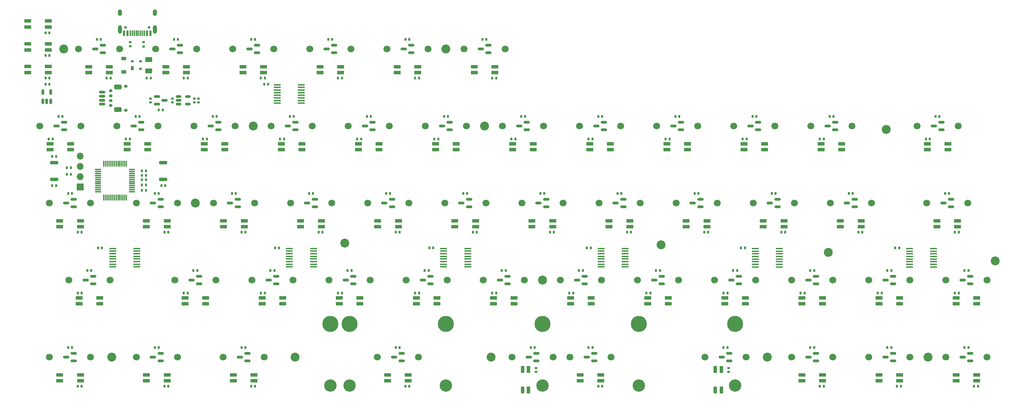
<source format=gbr>
%TF.GenerationSoftware,KiCad,Pcbnew,8.0.8*%
%TF.CreationDate,2025-02-11T14:29:33+01:00*%
%TF.ProjectId,vootington V4N STM32G0B1CBT6,766f6f74-696e-4677-946f-6e2056344e20,rev?*%
%TF.SameCoordinates,Original*%
%TF.FileFunction,Soldermask,Bot*%
%TF.FilePolarity,Negative*%
%FSLAX46Y46*%
G04 Gerber Fmt 4.6, Leading zero omitted, Abs format (unit mm)*
G04 Created by KiCad (PCBNEW 8.0.8) date 2025-02-11 14:29:33*
%MOMM*%
%LPD*%
G01*
G04 APERTURE LIST*
G04 Aperture macros list*
%AMRoundRect*
0 Rectangle with rounded corners*
0 $1 Rounding radius*
0 $2 $3 $4 $5 $6 $7 $8 $9 X,Y pos of 4 corners*
0 Add a 4 corners polygon primitive as box body*
4,1,4,$2,$3,$4,$5,$6,$7,$8,$9,$2,$3,0*
0 Add four circle primitives for the rounded corners*
1,1,$1+$1,$2,$3*
1,1,$1+$1,$4,$5*
1,1,$1+$1,$6,$7*
1,1,$1+$1,$8,$9*
0 Add four rect primitives between the rounded corners*
20,1,$1+$1,$2,$3,$4,$5,0*
20,1,$1+$1,$4,$5,$6,$7,0*
20,1,$1+$1,$6,$7,$8,$9,0*
20,1,$1+$1,$8,$9,$2,$3,0*%
G04 Aperture macros list end*
%ADD10C,2.200000*%
%ADD11C,1.700000*%
%ADD12C,3.048000*%
%ADD13C,3.987800*%
%ADD14RoundRect,0.140000X0.140000X0.170000X-0.140000X0.170000X-0.140000X-0.170000X0.140000X-0.170000X0*%
%ADD15RoundRect,0.205000X-0.205000X0.645000X-0.205000X-0.645000X0.205000X-0.645000X0.205000X0.645000X0*%
%ADD16R,0.820000X1.700000*%
%ADD17RoundRect,0.140000X-0.140000X-0.170000X0.140000X-0.170000X0.140000X0.170000X-0.140000X0.170000X0*%
%ADD18RoundRect,0.150000X0.150000X-0.512500X0.150000X0.512500X-0.150000X0.512500X-0.150000X-0.512500X0*%
%ADD19R,1.778000X0.419100*%
%ADD20RoundRect,0.205000X0.645000X0.205000X-0.645000X0.205000X-0.645000X-0.205000X0.645000X-0.205000X0*%
%ADD21R,1.700000X0.820000*%
%ADD22RoundRect,0.150000X0.587500X0.150000X-0.587500X0.150000X-0.587500X-0.150000X0.587500X-0.150000X0*%
%ADD23RoundRect,0.205000X-0.645000X-0.205000X0.645000X-0.205000X0.645000X0.205000X-0.645000X0.205000X0*%
%ADD24RoundRect,0.200000X0.800000X-0.200000X0.800000X0.200000X-0.800000X0.200000X-0.800000X-0.200000X0*%
%ADD25RoundRect,0.150000X-0.587500X-0.150000X0.587500X-0.150000X0.587500X0.150000X-0.587500X0.150000X0*%
%ADD26RoundRect,0.135000X-0.135000X-0.185000X0.135000X-0.185000X0.135000X0.185000X-0.135000X0.185000X0*%
%ADD27RoundRect,0.135000X0.185000X-0.135000X0.185000X0.135000X-0.185000X0.135000X-0.185000X-0.135000X0*%
%ADD28R,0.700000X1.000000*%
%ADD29R,0.700000X0.600000*%
%ADD30RoundRect,0.140000X-0.170000X0.140000X-0.170000X-0.140000X0.170000X-0.140000X0.170000X0.140000X0*%
%ADD31RoundRect,0.150000X-0.512500X-0.150000X0.512500X-0.150000X0.512500X0.150000X-0.512500X0.150000X0*%
%ADD32R,1.700000X1.700000*%
%ADD33O,1.700000X1.700000*%
%ADD34RoundRect,0.147500X-0.147500X-0.172500X0.147500X-0.172500X0.147500X0.172500X-0.147500X0.172500X0*%
%ADD35RoundRect,0.075000X0.662500X0.075000X-0.662500X0.075000X-0.662500X-0.075000X0.662500X-0.075000X0*%
%ADD36RoundRect,0.075000X0.075000X0.662500X-0.075000X0.662500X-0.075000X-0.662500X0.075000X-0.662500X0*%
%ADD37C,0.650000*%
%ADD38R,0.600000X1.450000*%
%ADD39R,0.300000X1.450000*%
%ADD40O,1.000000X1.600000*%
%ADD41O,1.000000X2.100000*%
%ADD42RoundRect,0.150000X-0.275000X0.150000X-0.275000X-0.150000X0.275000X-0.150000X0.275000X0.150000X0*%
%ADD43RoundRect,0.175000X-0.225000X0.175000X-0.225000X-0.175000X0.225000X-0.175000X0.225000X0.175000X0*%
%ADD44RoundRect,0.135000X0.135000X0.185000X-0.135000X0.185000X-0.135000X-0.185000X0.135000X-0.185000X0*%
%ADD45RoundRect,0.225000X0.375000X-0.225000X0.375000X0.225000X-0.375000X0.225000X-0.375000X-0.225000X0*%
%ADD46RoundRect,0.140000X0.170000X-0.140000X0.170000X0.140000X-0.170000X0.140000X-0.170000X-0.140000X0*%
%ADD47RoundRect,0.150000X-0.625000X0.150000X-0.625000X-0.150000X0.625000X-0.150000X0.625000X0.150000X0*%
%ADD48RoundRect,0.250000X-0.650000X0.350000X-0.650000X-0.350000X0.650000X-0.350000X0.650000X0.350000X0*%
%ADD49RoundRect,0.250000X-0.625000X0.375000X-0.625000X-0.375000X0.625000X-0.375000X0.625000X0.375000X0*%
G04 APERTURE END LIST*
D10*
%TO.C,H10*%
X142875000Y-98425000D03*
%TD*%
%TO.C,H6*%
X106744954Y-70226862D03*
%TD*%
D11*
%TO.C,K_33*%
X83820000Y-79375000D03*
X93980000Y-79375000D03*
%TD*%
%TO.C,K_25*%
X150495000Y-60325000D03*
X160655000Y-60325000D03*
%TD*%
%TO.C,K_32*%
X64770000Y-79375000D03*
X74930000Y-79375000D03*
%TD*%
%TO.C,K_45*%
X76676250Y-98425000D03*
X86836250Y-98425000D03*
%TD*%
%TO.C,K_30*%
X250507500Y-60325000D03*
X260667500Y-60325000D03*
%TD*%
%TO.C,K_10*%
X88582500Y-41275000D03*
X98742500Y-41275000D03*
%TD*%
%TO.C,K_20*%
X55245000Y-60325000D03*
X65405000Y-60325000D03*
%TD*%
D10*
%TO.C,H13*%
X240506250Y-42068750D03*
%TD*%
D11*
%TO.C,K_28*%
X207645000Y-60325000D03*
X217805000Y-60325000D03*
%TD*%
%TO.C,K_16*%
X202882500Y-41275000D03*
X213042500Y-41275000D03*
%TD*%
%TO.C,K_44*%
X55245000Y-98425000D03*
X65405000Y-98425000D03*
%TD*%
D10*
%TO.C,H2*%
X131762500Y-22225000D03*
%TD*%
D11*
%TO.C,K_38*%
X179070000Y-79375000D03*
X189230000Y-79375000D03*
%TD*%
%TO.C,K_15*%
X183832500Y-41275000D03*
X193992500Y-41275000D03*
%TD*%
%TO.C,K_26*%
X169545000Y-60325000D03*
X179705000Y-60325000D03*
%TD*%
D10*
%TO.C,H7*%
X94456250Y-98425000D03*
%TD*%
D11*
%TO.C,K_34*%
X102870000Y-79375000D03*
X113030000Y-79375000D03*
%TD*%
%TO.C,K_17*%
X221932500Y-41275000D03*
X232092500Y-41275000D03*
%TD*%
%TO.C,K_23*%
X112395000Y-60325000D03*
X122555000Y-60325000D03*
%TD*%
D10*
%TO.C,H15*%
X250825000Y-98425000D03*
%TD*%
D11*
%TO.C,K_3*%
X79057500Y-22225000D03*
X89217500Y-22225000D03*
%TD*%
%TO.C,K_31*%
X38576250Y-79375000D03*
X48736250Y-79375000D03*
%TD*%
D10*
%TO.C,H14*%
X226218750Y-72531250D03*
%TD*%
D11*
%TO.C,K_36*%
X140970000Y-79375000D03*
X151130000Y-79375000D03*
%TD*%
%TO.C,K_12*%
X126682500Y-41275000D03*
X136842500Y-41275000D03*
%TD*%
%TO.C,K_4*%
X98107500Y-22225000D03*
X108267500Y-22225000D03*
%TD*%
%TO.C,K_27*%
X188595000Y-60325000D03*
X198755000Y-60325000D03*
%TD*%
%TO.C,K_8*%
X50482500Y-41275000D03*
X60642500Y-41275000D03*
%TD*%
D10*
%TO.C,H12*%
X211137500Y-98425000D03*
%TD*%
D11*
%TO.C,K_1*%
X40957500Y-22225000D03*
X51117500Y-22225000D03*
%TD*%
D12*
%TO.C,S1*%
X131762500Y-105410000D03*
D13*
X131762500Y-90170000D03*
D12*
X107950000Y-105410000D03*
D13*
X107950000Y-90170000D03*
%TD*%
D11*
%TO.C,K_39*%
X198120000Y-79375000D03*
X208280000Y-79375000D03*
%TD*%
%TO.C,K_9*%
X69532500Y-41275000D03*
X79692500Y-41275000D03*
%TD*%
D10*
%TO.C,H5*%
X84137500Y-41275000D03*
%TD*%
%TO.C,H11*%
X69850000Y-60325000D03*
%TD*%
D11*
%TO.C,K_11*%
X107632500Y-41275000D03*
X117792500Y-41275000D03*
%TD*%
%TO.C,K_18*%
X248126250Y-41275000D03*
X258286250Y-41275000D03*
%TD*%
%TO.C,K_40*%
X217170000Y-79375000D03*
X227330000Y-79375000D03*
%TD*%
%TO.C,K_13*%
X145732500Y-41275000D03*
X155892500Y-41275000D03*
%TD*%
%TO.C,K_5*%
X117157500Y-22225000D03*
X127317500Y-22225000D03*
%TD*%
D10*
%TO.C,H8*%
X141287500Y-41275000D03*
%TD*%
%TO.C,H16*%
X267493750Y-74612500D03*
%TD*%
%TO.C,H9*%
X184943750Y-70643750D03*
%TD*%
D11*
%TO.C,K_35*%
X121920000Y-79375000D03*
X132080000Y-79375000D03*
%TD*%
%TO.C,K_51*%
X236220000Y-98425000D03*
X246380000Y-98425000D03*
%TD*%
D12*
%TO.C,S2*%
X203193650Y-105410000D03*
D13*
X203193650Y-90170000D03*
D12*
X103181150Y-105410000D03*
D13*
X103181150Y-90170000D03*
%TD*%
D11*
%TO.C,K_6*%
X136207500Y-22225000D03*
X146367500Y-22225000D03*
%TD*%
%TO.C,K_41*%
X236220000Y-79375000D03*
X246380000Y-79375000D03*
%TD*%
%TO.C,K_50*%
X217170000Y-98425000D03*
X227330000Y-98425000D03*
%TD*%
%TO.C,K_48*%
X162401250Y-98425000D03*
X172561250Y-98425000D03*
%TD*%
%TO.C,K_29*%
X226695000Y-60325000D03*
X236855000Y-60325000D03*
%TD*%
%TO.C,K_46*%
X114776250Y-98425000D03*
X124936250Y-98425000D03*
%TD*%
%TO.C,K_22*%
X93345000Y-60325000D03*
X103505000Y-60325000D03*
%TD*%
%TO.C,K_49*%
X195738750Y-98425000D03*
X205898750Y-98425000D03*
%TD*%
%TO.C,K_21*%
X74295000Y-60325000D03*
X84455000Y-60325000D03*
%TD*%
%TO.C,K_14*%
X164782500Y-41275000D03*
X174942500Y-41275000D03*
%TD*%
%TO.C,K_43*%
X33813750Y-98425000D03*
X43973750Y-98425000D03*
%TD*%
D10*
%TO.C,H4*%
X49212500Y-98425000D03*
%TD*%
D11*
%TO.C,K_24*%
X131445000Y-60325000D03*
X141605000Y-60325000D03*
%TD*%
%TO.C,K_19*%
X33813750Y-60325000D03*
X43973750Y-60325000D03*
%TD*%
%TO.C,K_47*%
X148107400Y-98425000D03*
X158267400Y-98425000D03*
%TD*%
%TO.C,K_42*%
X255270000Y-79375000D03*
X265430000Y-79375000D03*
%TD*%
D10*
%TO.C,H1*%
X37306250Y-22225000D03*
%TD*%
D11*
%TO.C,K_7*%
X31432500Y-41275000D03*
X41592500Y-41275000D03*
%TD*%
%TO.C,K_37*%
X160020000Y-79375000D03*
X170180000Y-79375000D03*
%TD*%
%TO.C,K_52*%
X255270000Y-98425000D03*
X265430000Y-98425000D03*
%TD*%
%TO.C,K_2*%
X60007500Y-22225000D03*
X70167500Y-22225000D03*
%TD*%
D10*
%TO.C,H3*%
X155575000Y-79375000D03*
%TD*%
D12*
%TO.C,S3*%
X179387500Y-105410000D03*
D13*
X179387500Y-90170000D03*
D12*
X155575000Y-105410000D03*
D13*
X155575000Y-90170000D03*
%TD*%
D14*
%TO.C,C39*%
X203680000Y-76993750D03*
X202720000Y-76993750D03*
%TD*%
%TO.C,C118*%
X243734704Y-71401076D03*
X242774704Y-71401076D03*
%TD*%
%TO.C,C48*%
X167961250Y-96043750D03*
X167001250Y-96043750D03*
%TD*%
%TO.C,C40*%
X222730000Y-76993750D03*
X221770000Y-76993750D03*
%TD*%
D15*
%TO.C,D51*%
X150679852Y-106531250D03*
D16*
X152179852Y-106531250D03*
X152179852Y-101431250D03*
X150679852Y-101431250D03*
%TD*%
D17*
%TO.C,C97*%
X66988750Y-82550000D03*
X67948750Y-82550000D03*
%TD*%
D18*
%TO.C,U56*%
X34093250Y-35172250D03*
X33143250Y-35172250D03*
X32193250Y-35172250D03*
X32193250Y-32897250D03*
X34093250Y-32897250D03*
%TD*%
D17*
%TO.C,C53*%
X56670000Y-55805587D03*
X57630000Y-55805587D03*
%TD*%
D19*
%TO.C,U58*%
X214111840Y-71563905D03*
X214111840Y-72214145D03*
X214111840Y-72864385D03*
X214111840Y-73514625D03*
X214111840Y-74159785D03*
X214111840Y-74810025D03*
X214111840Y-75460265D03*
X214111840Y-76110505D03*
X208163160Y-76110505D03*
X208163160Y-75460265D03*
X208163160Y-74810025D03*
X208163160Y-74159785D03*
X208163160Y-73514625D03*
X208163160Y-72864385D03*
X208163160Y-72214145D03*
X208163160Y-71563905D03*
%TD*%
D17*
%TO.C,C96*%
X40795000Y-82550000D03*
X41755000Y-82550000D03*
%TD*%
D20*
%TO.C,D55*%
X36343750Y-102779000D03*
D21*
X36343750Y-104279000D03*
X41443750Y-104279000D03*
X41443750Y-102779000D03*
%TD*%
D22*
%TO.C,U49*%
X201756250Y-97475000D03*
X201756250Y-99375000D03*
X199881250Y-98425000D03*
%TD*%
D23*
%TO.C,D17*%
X115262500Y-47129000D03*
D21*
X115262500Y-45629000D03*
X110162500Y-45629000D03*
X110162500Y-47129000D03*
%TD*%
D22*
%TO.C,U43*%
X39831250Y-97475000D03*
X39831250Y-99375000D03*
X37956250Y-98425000D03*
%TD*%
D23*
%TO.C,D45*%
X46206250Y-85229000D03*
D21*
X46206250Y-83729000D03*
X41106250Y-83729000D03*
X41106250Y-85229000D03*
%TD*%
D22*
%TO.C,U13*%
X151750000Y-40325000D03*
X151750000Y-42225000D03*
X149875000Y-41275000D03*
%TD*%
D17*
%TO.C,C78*%
X147951250Y-44450000D03*
X148911250Y-44450000D03*
%TD*%
D14*
%TO.C,C18*%
X253686250Y-38893750D03*
X252726250Y-38893750D03*
%TD*%
%TO.C,C23*%
X117955000Y-57943750D03*
X116995000Y-57943750D03*
%TD*%
D23*
%TO.C,D36*%
X224800000Y-85229000D03*
D21*
X224800000Y-83729000D03*
X219700000Y-83729000D03*
X219700000Y-85229000D03*
%TD*%
D14*
%TO.C,C64*%
X33817500Y-23812500D03*
X32857500Y-23812500D03*
%TD*%
D20*
%TO.C,D46*%
X257800000Y-102779000D03*
D21*
X257800000Y-104279000D03*
X262900000Y-104279000D03*
X262900000Y-102779000D03*
%TD*%
D22*
%TO.C,U33*%
X89837500Y-78425000D03*
X89837500Y-80325000D03*
X87962500Y-79375000D03*
%TD*%
%TO.C,U46*%
X120793750Y-97475000D03*
X120793750Y-99375000D03*
X118918750Y-98425000D03*
%TD*%
D14*
%TO.C,C69*%
X106048750Y-29368750D03*
X105088750Y-29368750D03*
%TD*%
D24*
%TO.C,SW1*%
X34925000Y-54487500D03*
X34925000Y-50287500D03*
%TD*%
D25*
%TO.C,Q1*%
X60381250Y-35875000D03*
X60381250Y-33975000D03*
X62256250Y-34925000D03*
%TD*%
D14*
%TO.C,C33*%
X89380000Y-76993750D03*
X88420000Y-76993750D03*
%TD*%
D26*
%TO.C,R2*%
X38073750Y-51593750D03*
X39093750Y-51593750D03*
%TD*%
D23*
%TO.C,D13*%
X191462500Y-47129000D03*
D21*
X191462500Y-45629000D03*
X186362500Y-45629000D03*
X186362500Y-47129000D03*
%TD*%
D17*
%TO.C,C61*%
X57857500Y-29368750D03*
X58817500Y-29368750D03*
%TD*%
D14*
%TO.C,C71*%
X144148750Y-29368750D03*
X143188750Y-29368750D03*
%TD*%
D20*
%TO.C,D53*%
X79206250Y-102779000D03*
D21*
X79206250Y-104279000D03*
X84306250Y-104279000D03*
X84306250Y-102779000D03*
%TD*%
D17*
%TO.C,C101*%
X143188750Y-82550000D03*
X144148750Y-82550000D03*
%TD*%
D20*
%TO.C,D3*%
X28462500Y-15290000D03*
D21*
X28462500Y-16790000D03*
X33562500Y-16790000D03*
X33562500Y-15290000D03*
%TD*%
D14*
%TO.C,C24*%
X137005000Y-57943750D03*
X136045000Y-57943750D03*
%TD*%
%TO.C,C109*%
X63186250Y-105568750D03*
X62226250Y-105568750D03*
%TD*%
%TO.C,C46*%
X120336250Y-96043750D03*
X119376250Y-96043750D03*
%TD*%
D27*
%TO.C,R7*%
X53721589Y-21547501D03*
X53721589Y-20527501D03*
%TD*%
D17*
%TO.C,C56*%
X61432500Y-55956250D03*
X62392500Y-55956250D03*
%TD*%
D20*
%TO.C,D32*%
X57775000Y-64679000D03*
D21*
X57775000Y-66179000D03*
X62875000Y-66179000D03*
X62875000Y-64679000D03*
%TD*%
D14*
%TO.C,C87*%
X101286250Y-67468750D03*
X100326250Y-67468750D03*
%TD*%
D20*
%TO.C,D30*%
X95875000Y-64679000D03*
D21*
X95875000Y-66179000D03*
X100975000Y-66179000D03*
X100975000Y-64679000D03*
%TD*%
D22*
%TO.C,U39*%
X204137500Y-78425000D03*
X204137500Y-80325000D03*
X202262500Y-79375000D03*
%TD*%
%TO.C,U24*%
X137462500Y-59375000D03*
X137462500Y-61275000D03*
X135587500Y-60325000D03*
%TD*%
D14*
%TO.C,C2*%
X46517500Y-19843750D03*
X45557500Y-19843750D03*
%TD*%
%TO.C,C84*%
X41755000Y-67468750D03*
X40795000Y-67468750D03*
%TD*%
%TO.C,C51*%
X241780000Y-96043750D03*
X240820000Y-96043750D03*
%TD*%
%TO.C,C10*%
X94142500Y-38893750D03*
X93182500Y-38893750D03*
%TD*%
D28*
%TO.C,U55*%
X54309089Y-26943750D03*
D29*
X54309089Y-25243750D03*
X56309089Y-25243750D03*
X56309089Y-27143750D03*
%TD*%
D14*
%TO.C,C37*%
X165580000Y-76993750D03*
X164620000Y-76993750D03*
%TD*%
%TO.C,C70*%
X125098750Y-29368750D03*
X124138750Y-29368750D03*
%TD*%
%TO.C,C35*%
X127480000Y-76993750D03*
X126520000Y-76993750D03*
%TD*%
D22*
%TO.C,U18*%
X227950000Y-40325000D03*
X227950000Y-42225000D03*
X226075000Y-41275000D03*
%TD*%
%TO.C,U30*%
X256525000Y-59375000D03*
X256525000Y-61275000D03*
X254650000Y-60325000D03*
%TD*%
%TO.C,U25*%
X156512500Y-59375000D03*
X156512500Y-61275000D03*
X154637500Y-60325000D03*
%TD*%
D14*
%TO.C,C116*%
X244161250Y-105568750D03*
X243201250Y-105568750D03*
%TD*%
D17*
%TO.C,C81*%
X205101250Y-44450000D03*
X206061250Y-44450000D03*
%TD*%
D30*
%TO.C,C57*%
X64200000Y-34445000D03*
X64200000Y-35405000D03*
%TD*%
D17*
%TO.C,C72*%
X33651250Y-44450000D03*
X34611250Y-44450000D03*
%TD*%
D14*
%TO.C,C1*%
X84617500Y-19843750D03*
X83657500Y-19843750D03*
%TD*%
D22*
%TO.C,U2*%
X66025000Y-21275000D03*
X66025000Y-23175000D03*
X64150000Y-22225000D03*
%TD*%
D14*
%TO.C,C108*%
X41755000Y-105568750D03*
X40795000Y-105568750D03*
%TD*%
D23*
%TO.C,D19*%
X77162500Y-47129000D03*
D21*
X77162500Y-45629000D03*
X72062500Y-45629000D03*
X72062500Y-47129000D03*
%TD*%
D31*
%TO.C,U54*%
X65737500Y-35875000D03*
X65737500Y-34925000D03*
X65737500Y-33975000D03*
X68012500Y-33975000D03*
X68012500Y-35875000D03*
%TD*%
D30*
%TO.C,C59*%
X70643750Y-34445000D03*
X70643750Y-35405000D03*
%TD*%
D20*
%TO.C,D29*%
X114925000Y-64679000D03*
D21*
X114925000Y-66179000D03*
X120025000Y-66179000D03*
X120025000Y-64679000D03*
%TD*%
D17*
%TO.C,C102*%
X162238750Y-82550000D03*
X163198750Y-82550000D03*
%TD*%
D20*
%TO.C,D24*%
X210175000Y-64679000D03*
D21*
X210175000Y-66179000D03*
X215275000Y-66179000D03*
X215275000Y-64679000D03*
%TD*%
D20*
%TO.C,D1*%
X28462500Y-26555000D03*
D21*
X28462500Y-28055000D03*
X33562500Y-28055000D03*
X33562500Y-26555000D03*
%TD*%
D14*
%TO.C,C8*%
X56042500Y-38893750D03*
X55082500Y-38893750D03*
%TD*%
D17*
%TO.C,C107*%
X257488750Y-82550000D03*
X258448750Y-82550000D03*
%TD*%
D14*
%TO.C,C89*%
X139386250Y-67468750D03*
X138426250Y-67468750D03*
%TD*%
D30*
%TO.C,C112*%
X153987500Y-101120000D03*
X153987500Y-102080000D03*
%TD*%
D17*
%TO.C,C83*%
X250345000Y-44450000D03*
X251305000Y-44450000D03*
%TD*%
D32*
%TO.C,J1*%
X41375000Y-56356250D03*
D33*
X41375000Y-53816250D03*
X41375000Y-51276250D03*
X41375000Y-48736250D03*
%TD*%
D14*
%TO.C,C50*%
X222730000Y-96043750D03*
X221770000Y-96043750D03*
%TD*%
D22*
%TO.C,U5*%
X123175000Y-21275000D03*
X123175000Y-23175000D03*
X121300000Y-22225000D03*
%TD*%
D14*
%TO.C,C11*%
X113192500Y-38893750D03*
X112232500Y-38893750D03*
%TD*%
D22*
%TO.C,U36*%
X146987500Y-78425000D03*
X146987500Y-80325000D03*
X145112500Y-79375000D03*
%TD*%
D23*
%TO.C,D21*%
X39062500Y-47129000D03*
D21*
X39062500Y-45629000D03*
X33962500Y-45629000D03*
X33962500Y-47129000D03*
%TD*%
D22*
%TO.C,U12*%
X132700000Y-40325000D03*
X132700000Y-42225000D03*
X130825000Y-41275000D03*
%TD*%
D20*
%TO.C,D5*%
X62537500Y-26579000D03*
D21*
X62537500Y-28079000D03*
X67637500Y-28079000D03*
X67637500Y-26579000D03*
%TD*%
D34*
%TO.C,FB1*%
X56665000Y-52387500D03*
X57635000Y-52387500D03*
%TD*%
D22*
%TO.C,U47*%
X154131250Y-97475000D03*
X154131250Y-99375000D03*
X152256250Y-98425000D03*
%TD*%
D14*
%TO.C,C26*%
X175105000Y-57943750D03*
X174145000Y-57943750D03*
%TD*%
D17*
%TO.C,C104*%
X200338750Y-82550000D03*
X201298750Y-82550000D03*
%TD*%
D27*
%TO.C,R8*%
X57037122Y-21576841D03*
X57037122Y-20556841D03*
%TD*%
D20*
%TO.C,D33*%
X36343750Y-64679000D03*
D21*
X36343750Y-66179000D03*
X41443750Y-66179000D03*
X41443750Y-64679000D03*
%TD*%
D23*
%TO.C,D37*%
X205750000Y-85229000D03*
D21*
X205750000Y-83729000D03*
X200650000Y-83729000D03*
X200650000Y-85229000D03*
%TD*%
D22*
%TO.C,U35*%
X127937500Y-78425000D03*
X127937500Y-80325000D03*
X126062500Y-79375000D03*
%TD*%
D35*
%TO.C,U53*%
X54168750Y-52018750D03*
X54168750Y-52518750D03*
X54168750Y-53018750D03*
X54168750Y-53518750D03*
X54168750Y-54018750D03*
X54168750Y-54518750D03*
X54168750Y-55018750D03*
X54168750Y-55518750D03*
X54168750Y-56018750D03*
X54168750Y-56518750D03*
X54168750Y-57018750D03*
X54168750Y-57518750D03*
D36*
X52756250Y-58931250D03*
X52256250Y-58931250D03*
X51756250Y-58931250D03*
X51256250Y-58931250D03*
X50756250Y-58931250D03*
X50256250Y-58931250D03*
X49756250Y-58931250D03*
X49256250Y-58931250D03*
X48756250Y-58931250D03*
X48256250Y-58931250D03*
X47756250Y-58931250D03*
X47256250Y-58931250D03*
D35*
X45843750Y-57518750D03*
X45843750Y-57018750D03*
X45843750Y-56518750D03*
X45843750Y-56018750D03*
X45843750Y-55518750D03*
X45843750Y-55018750D03*
X45843750Y-54518750D03*
X45843750Y-54018750D03*
X45843750Y-53518750D03*
X45843750Y-53018750D03*
X45843750Y-52518750D03*
X45843750Y-52018750D03*
D36*
X47256250Y-50606250D03*
X47756250Y-50606250D03*
X48256250Y-50606250D03*
X48756250Y-50606250D03*
X49256250Y-50606250D03*
X49756250Y-50606250D03*
X50256250Y-50606250D03*
X50756250Y-50606250D03*
X51256250Y-50606250D03*
X51756250Y-50606250D03*
X52256250Y-50606250D03*
X52756250Y-50606250D03*
%TD*%
D14*
%TO.C,C12*%
X132242500Y-38893750D03*
X131282500Y-38893750D03*
%TD*%
%TO.C,C113*%
X170342500Y-105568750D03*
X169382500Y-105568750D03*
%TD*%
D17*
%TO.C,C77*%
X128901250Y-44450000D03*
X129861250Y-44450000D03*
%TD*%
D23*
%TO.C,D11*%
X229562500Y-47129000D03*
D21*
X229562500Y-45629000D03*
X224462500Y-45629000D03*
X224462500Y-47129000D03*
%TD*%
D14*
%TO.C,C25*%
X156055000Y-57943750D03*
X155095000Y-57943750D03*
%TD*%
%TO.C,C13*%
X151292500Y-38893750D03*
X150332500Y-38893750D03*
%TD*%
D22*
%TO.C,U45*%
X82693750Y-97475000D03*
X82693750Y-99375000D03*
X80818750Y-98425000D03*
%TD*%
D17*
%TO.C,C100*%
X124138750Y-82550000D03*
X125098750Y-82550000D03*
%TD*%
D14*
%TO.C,C93*%
X215586250Y-67468750D03*
X214626250Y-67468750D03*
%TD*%
%TO.C,C34*%
X108430000Y-76993750D03*
X107470000Y-76993750D03*
%TD*%
%TO.C,C94*%
X234636250Y-67468750D03*
X233676250Y-67468750D03*
%TD*%
%TO.C,C91*%
X177486250Y-67468750D03*
X176526250Y-67468750D03*
%TD*%
D17*
%TO.C,C105*%
X219388750Y-82550000D03*
X220348750Y-82550000D03*
%TD*%
D15*
%TO.C,D49*%
X198304852Y-106531250D03*
D16*
X199804852Y-106531250D03*
X199804852Y-101431250D03*
X198304852Y-101431250D03*
%TD*%
D22*
%TO.C,U38*%
X185087500Y-78425000D03*
X185087500Y-80325000D03*
X183212500Y-79375000D03*
%TD*%
D17*
%TO.C,C80*%
X186051250Y-44450000D03*
X187011250Y-44450000D03*
%TD*%
D14*
%TO.C,C52*%
X260830000Y-96043750D03*
X259870000Y-96043750D03*
%TD*%
%TO.C,C16*%
X208442500Y-38893750D03*
X207482500Y-38893750D03*
%TD*%
D22*
%TO.C,U4*%
X104125000Y-21275000D03*
X104125000Y-23175000D03*
X102250000Y-22225000D03*
%TD*%
D20*
%TO.C,D9*%
X138737500Y-26579000D03*
D21*
X138737500Y-28079000D03*
X143837500Y-28079000D03*
X143837500Y-26579000D03*
%TD*%
D17*
%TO.C,C99*%
X105088750Y-82550000D03*
X106048750Y-82550000D03*
%TD*%
D22*
%TO.C,U32*%
X70787500Y-78425000D03*
X70787500Y-80325000D03*
X68912500Y-79375000D03*
%TD*%
D19*
%TO.C,U62*%
X55361840Y-71545450D03*
X55361840Y-72195690D03*
X55361840Y-72845930D03*
X55361840Y-73496170D03*
X55361840Y-74141330D03*
X55361840Y-74791570D03*
X55361840Y-75441810D03*
X55361840Y-76092050D03*
X49413160Y-76092050D03*
X49413160Y-75441810D03*
X49413160Y-74791570D03*
X49413160Y-74141330D03*
X49413160Y-73496170D03*
X49413160Y-72845930D03*
X49413160Y-72195690D03*
X49413160Y-71545450D03*
%TD*%
D22*
%TO.C,U7*%
X37450000Y-40325000D03*
X37450000Y-42225000D03*
X35575000Y-41275000D03*
%TD*%
D14*
%TO.C,C36*%
X146530000Y-76993750D03*
X145570000Y-76993750D03*
%TD*%
D17*
%TO.C,C79*%
X167001250Y-44450000D03*
X167961250Y-44450000D03*
%TD*%
D14*
%TO.C,C47*%
X153673750Y-96043750D03*
X152713750Y-96043750D03*
%TD*%
D22*
%TO.C,U41*%
X242237500Y-78425000D03*
X242237500Y-80325000D03*
X240362500Y-79375000D03*
%TD*%
D14*
%TO.C,C68*%
X86998750Y-29368750D03*
X86038750Y-29368750D03*
%TD*%
D22*
%TO.C,U52*%
X261287500Y-97475000D03*
X261287500Y-99375000D03*
X259412500Y-98425000D03*
%TD*%
D14*
%TO.C,C7*%
X36992500Y-38893750D03*
X36032500Y-38893750D03*
%TD*%
D22*
%TO.C,U44*%
X61262500Y-97475000D03*
X61262500Y-99375000D03*
X59387500Y-98425000D03*
%TD*%
%TO.C,U11*%
X113650000Y-40325000D03*
X113650000Y-42225000D03*
X111775000Y-41275000D03*
%TD*%
D14*
%TO.C,C115*%
X225111250Y-105568750D03*
X224151250Y-105568750D03*
%TD*%
D22*
%TO.C,U34*%
X108887500Y-78425000D03*
X108887500Y-80325000D03*
X107012500Y-79375000D03*
%TD*%
D14*
%TO.C,C29*%
X232255000Y-57943750D03*
X231295000Y-57943750D03*
%TD*%
D22*
%TO.C,U8*%
X56500000Y-40325000D03*
X56500000Y-42225000D03*
X54625000Y-41275000D03*
%TD*%
D14*
%TO.C,C121*%
X128640954Y-71437500D03*
X127680954Y-71437500D03*
%TD*%
D37*
%TO.C,J2*%
X52609000Y-16890625D03*
X58389000Y-16890625D03*
D38*
X52249000Y-18335625D03*
X53049000Y-18335625D03*
D39*
X54249000Y-18335625D03*
X55249000Y-18335625D03*
X55749000Y-18335625D03*
X56749000Y-18335625D03*
D38*
X57949000Y-18335625D03*
X58749000Y-18335625D03*
X58749000Y-18335625D03*
X57949000Y-18335625D03*
D39*
X57249000Y-18335625D03*
X56249000Y-18335625D03*
X54749000Y-18335625D03*
X53749000Y-18335625D03*
D38*
X53049000Y-18335625D03*
X52249000Y-18335625D03*
D40*
X51179000Y-13240625D03*
D41*
X51179000Y-17420625D03*
D40*
X59819000Y-13240625D03*
D41*
X59819000Y-17420625D03*
%TD*%
D42*
%TO.C,J4*%
X48925000Y-32581250D03*
X48925000Y-33781250D03*
X48925000Y-34981250D03*
X48925000Y-36181250D03*
D43*
X52700000Y-31431250D03*
X52700000Y-37331250D03*
%TD*%
D22*
%TO.C,U14*%
X170800000Y-40325000D03*
X170800000Y-42225000D03*
X168925000Y-41275000D03*
%TD*%
D14*
%TO.C,C62*%
X33817500Y-29368750D03*
X32857500Y-29368750D03*
%TD*%
%TO.C,C92*%
X196536250Y-67468750D03*
X195576250Y-67468750D03*
%TD*%
D20*
%TO.C,D8*%
X119687500Y-26579000D03*
D21*
X119687500Y-28079000D03*
X124787500Y-28079000D03*
X124787500Y-26579000D03*
%TD*%
D19*
%TO.C,U63*%
X96043750Y-31064200D03*
X96043750Y-31714440D03*
X96043750Y-32364680D03*
X96043750Y-33014920D03*
X96043750Y-33660080D03*
X96043750Y-34310320D03*
X96043750Y-34960560D03*
X96043750Y-35610800D03*
X90095070Y-35610800D03*
X90095070Y-34960560D03*
X90095070Y-34310320D03*
X90095070Y-33660080D03*
X90095070Y-33014920D03*
X90095070Y-32364680D03*
X90095070Y-31714440D03*
X90095070Y-31064200D03*
%TD*%
D22*
%TO.C,U50*%
X223187500Y-97475000D03*
X223187500Y-99375000D03*
X221312500Y-98425000D03*
%TD*%
D44*
%TO.C,R4*%
X35435000Y-55956250D03*
X34415000Y-55956250D03*
%TD*%
D20*
%TO.C,D48*%
X219700000Y-102779000D03*
D21*
X219700000Y-104279000D03*
X224800000Y-104279000D03*
X224800000Y-102779000D03*
%TD*%
D17*
%TO.C,C103*%
X181288750Y-82550000D03*
X182248750Y-82550000D03*
%TD*%
%TO.C,C76*%
X109851250Y-44450000D03*
X110811250Y-44450000D03*
%TD*%
D19*
%TO.C,U59*%
X176011840Y-71545450D03*
X176011840Y-72195690D03*
X176011840Y-72845930D03*
X176011840Y-73496170D03*
X176011840Y-74141330D03*
X176011840Y-74791570D03*
X176011840Y-75441810D03*
X176011840Y-76092050D03*
X170063160Y-76092050D03*
X170063160Y-75441810D03*
X170063160Y-74791570D03*
X170063160Y-74141330D03*
X170063160Y-73496170D03*
X170063160Y-72845930D03*
X170063160Y-72195690D03*
X170063160Y-71545450D03*
%TD*%
D14*
%TO.C,C30*%
X256067500Y-57943750D03*
X255107500Y-57943750D03*
%TD*%
D23*
%TO.C,D10*%
X255756250Y-47129000D03*
D21*
X255756250Y-45629000D03*
X250656250Y-45629000D03*
X250656250Y-47129000D03*
%TD*%
D14*
%TO.C,C88*%
X120336250Y-67468750D03*
X119376250Y-67468750D03*
%TD*%
%TO.C,C19*%
X39373750Y-57943750D03*
X38413750Y-57943750D03*
%TD*%
D20*
%TO.C,D31*%
X76825000Y-64679000D03*
D21*
X76825000Y-66179000D03*
X81925000Y-66179000D03*
X81925000Y-64679000D03*
%TD*%
D17*
%TO.C,C106*%
X238438750Y-82550000D03*
X239398750Y-82550000D03*
%TD*%
%TO.C,C98*%
X86038750Y-82550000D03*
X86998750Y-82550000D03*
%TD*%
D22*
%TO.C,U20*%
X61262500Y-59375000D03*
X61262500Y-61275000D03*
X59387500Y-60325000D03*
%TD*%
D14*
%TO.C,C123*%
X46723300Y-71437500D03*
X45763300Y-71437500D03*
%TD*%
D45*
%TO.C,D_PWR1*%
X52193750Y-27843750D03*
X52193750Y-24543750D03*
%TD*%
D22*
%TO.C,U21*%
X80312500Y-59375000D03*
X80312500Y-61275000D03*
X78437500Y-60325000D03*
%TD*%
D46*
%TO.C,C60*%
X58737500Y-35405000D03*
X58737500Y-34445000D03*
%TD*%
D14*
%TO.C,C27*%
X194155000Y-57943750D03*
X193195000Y-57943750D03*
%TD*%
%TO.C,C15*%
X189392500Y-38893750D03*
X188432500Y-38893750D03*
%TD*%
%TO.C,C85*%
X63186250Y-67468750D03*
X62226250Y-67468750D03*
%TD*%
%TO.C,C5*%
X122717500Y-19843750D03*
X121757500Y-19843750D03*
%TD*%
%TO.C,C95*%
X258448750Y-67468750D03*
X257488750Y-67468750D03*
%TD*%
D20*
%TO.C,D23*%
X229225000Y-64679000D03*
D21*
X229225000Y-66179000D03*
X234325000Y-66179000D03*
X234325000Y-64679000D03*
%TD*%
D20*
%TO.C,D6*%
X81587500Y-26579000D03*
D21*
X81587500Y-28079000D03*
X86687500Y-28079000D03*
X86687500Y-26579000D03*
%TD*%
D14*
%TO.C,C22*%
X98905000Y-57943750D03*
X97945000Y-57943750D03*
%TD*%
D47*
%TO.C,J3*%
X46837697Y-32881250D03*
X46837697Y-33881250D03*
X46837697Y-34881250D03*
X46837697Y-35881250D03*
D48*
X50712697Y-31581250D03*
X50712697Y-37181250D03*
%TD*%
D22*
%TO.C,U23*%
X118412500Y-59375000D03*
X118412500Y-61275000D03*
X116537500Y-60325000D03*
%TD*%
D14*
%TO.C,C17*%
X227492500Y-38893750D03*
X226532500Y-38893750D03*
%TD*%
%TO.C,C119*%
X205634704Y-71437500D03*
X204674704Y-71437500D03*
%TD*%
D22*
%TO.C,U26*%
X175562500Y-59375000D03*
X175562500Y-61275000D03*
X173687500Y-60325000D03*
%TD*%
D17*
%TO.C,C82*%
X224151250Y-44450000D03*
X225111250Y-44450000D03*
%TD*%
D14*
%TO.C,C4*%
X103667500Y-19843750D03*
X102707500Y-19843750D03*
%TD*%
D44*
%TO.C,R6*%
X61828750Y-37306250D03*
X60808750Y-37306250D03*
%TD*%
D30*
%TO.C,C58*%
X69551587Y-34445000D03*
X69551587Y-35405000D03*
%TD*%
D23*
%TO.C,D12*%
X210512500Y-47129000D03*
D21*
X210512500Y-45629000D03*
X205412500Y-45629000D03*
X205412500Y-47129000D03*
%TD*%
D44*
%TO.C,R5*%
X35435000Y-48818750D03*
X34415000Y-48818750D03*
%TD*%
D23*
%TO.C,D16*%
X134312500Y-47129000D03*
D21*
X134312500Y-45629000D03*
X129212500Y-45629000D03*
X129212500Y-47129000D03*
%TD*%
D20*
%TO.C,D27*%
X153025000Y-64679000D03*
D21*
X153025000Y-66179000D03*
X158125000Y-66179000D03*
X158125000Y-64679000D03*
%TD*%
D23*
%TO.C,D42*%
X110500000Y-85229000D03*
D21*
X110500000Y-83729000D03*
X105400000Y-83729000D03*
X105400000Y-85229000D03*
%TD*%
D23*
%TO.C,D35*%
X243850000Y-85229000D03*
D21*
X243850000Y-83729000D03*
X238750000Y-83729000D03*
X238750000Y-85229000D03*
%TD*%
D23*
%TO.C,D18*%
X96212500Y-47129000D03*
D21*
X96212500Y-45629000D03*
X91112500Y-45629000D03*
X91112500Y-47129000D03*
%TD*%
D14*
%TO.C,C20*%
X60805000Y-57943750D03*
X59845000Y-57943750D03*
%TD*%
D19*
%TO.C,U57*%
X252211840Y-71563905D03*
X252211840Y-72214145D03*
X252211840Y-72864385D03*
X252211840Y-73514625D03*
X252211840Y-74159785D03*
X252211840Y-74810025D03*
X252211840Y-75460265D03*
X252211840Y-76110505D03*
X246263160Y-76110505D03*
X246263160Y-75460265D03*
X246263160Y-74810025D03*
X246263160Y-74159785D03*
X246263160Y-73514625D03*
X246263160Y-72864385D03*
X246263160Y-72214145D03*
X246263160Y-71563905D03*
%TD*%
D14*
%TO.C,C66*%
X48898750Y-29368750D03*
X47938750Y-29368750D03*
%TD*%
D20*
%TO.C,D7*%
X100637500Y-26579000D03*
D21*
X100637500Y-28079000D03*
X105737500Y-28079000D03*
X105737500Y-26579000D03*
%TD*%
D17*
%TO.C,C73*%
X52701250Y-44450000D03*
X53661250Y-44450000D03*
%TD*%
D20*
%TO.C,D2*%
X28462500Y-20922500D03*
D21*
X28462500Y-22422500D03*
X33562500Y-22422500D03*
X33562500Y-20922500D03*
%TD*%
D14*
%TO.C,C111*%
X122717500Y-105568750D03*
X121757500Y-105568750D03*
%TD*%
D20*
%TO.C,D47*%
X238750000Y-102779000D03*
D21*
X238750000Y-104279000D03*
X243850000Y-104279000D03*
X243850000Y-102779000D03*
%TD*%
D23*
%TO.C,D43*%
X91450000Y-85229000D03*
D21*
X91450000Y-83729000D03*
X86350000Y-83729000D03*
X86350000Y-85229000D03*
%TD*%
D14*
%TO.C,C42*%
X260830000Y-76993750D03*
X259870000Y-76993750D03*
%TD*%
D23*
%TO.C,D34*%
X262900000Y-85229000D03*
D21*
X262900000Y-83729000D03*
X257800000Y-83729000D03*
X257800000Y-85229000D03*
%TD*%
D14*
%TO.C,C41*%
X241780000Y-76993750D03*
X240820000Y-76993750D03*
%TD*%
D23*
%TO.C,D39*%
X167650000Y-85229000D03*
D21*
X167650000Y-83729000D03*
X162550000Y-83729000D03*
X162550000Y-85229000D03*
%TD*%
D23*
%TO.C,D40*%
X148600000Y-85229000D03*
D21*
X148600000Y-83729000D03*
X143500000Y-83729000D03*
X143500000Y-85229000D03*
%TD*%
D22*
%TO.C,U19*%
X39831250Y-59375000D03*
X39831250Y-61275000D03*
X37956250Y-60325000D03*
%TD*%
D14*
%TO.C,C38*%
X184630000Y-76993750D03*
X183670000Y-76993750D03*
%TD*%
D22*
%TO.C,U10*%
X94600000Y-40325000D03*
X94600000Y-42225000D03*
X92725000Y-41275000D03*
%TD*%
D14*
%TO.C,C67*%
X67948750Y-29368750D03*
X66988750Y-29368750D03*
%TD*%
D22*
%TO.C,U15*%
X189850000Y-40325000D03*
X189850000Y-42225000D03*
X187975000Y-41275000D03*
%TD*%
%TO.C,U51*%
X242237500Y-97475000D03*
X242237500Y-99375000D03*
X240362500Y-98425000D03*
%TD*%
D14*
%TO.C,C124*%
X87792500Y-30956250D03*
X86832500Y-30956250D03*
%TD*%
D24*
%TO.C,SW2*%
X61912500Y-54487500D03*
X61912500Y-50287500D03*
%TD*%
D14*
%TO.C,C6*%
X141767500Y-19843750D03*
X140807500Y-19843750D03*
%TD*%
%TO.C,C117*%
X263211250Y-105568750D03*
X262251250Y-105568750D03*
%TD*%
D23*
%TO.C,D14*%
X172412500Y-47129000D03*
D21*
X172412500Y-45629000D03*
X167312500Y-45629000D03*
X167312500Y-47129000D03*
%TD*%
D22*
%TO.C,U29*%
X232712500Y-59375000D03*
X232712500Y-61275000D03*
X230837500Y-60325000D03*
%TD*%
D44*
%TO.C,R3*%
X57660000Y-57150000D03*
X56640000Y-57150000D03*
%TD*%
D22*
%TO.C,U22*%
X99362500Y-59375000D03*
X99362500Y-61275000D03*
X97487500Y-60325000D03*
%TD*%
D14*
%TO.C,C21*%
X79855000Y-57943750D03*
X78895000Y-57943750D03*
%TD*%
D22*
%TO.C,U48*%
X168418750Y-97475000D03*
X168418750Y-99375000D03*
X166543750Y-98425000D03*
%TD*%
D20*
%TO.C,D28*%
X133975000Y-64679000D03*
D21*
X133975000Y-66179000D03*
X139075000Y-66179000D03*
X139075000Y-64679000D03*
%TD*%
D14*
%TO.C,C31*%
X44136250Y-76993750D03*
X43176250Y-76993750D03*
%TD*%
%TO.C,C90*%
X158436250Y-67468750D03*
X157476250Y-67468750D03*
%TD*%
D22*
%TO.C,U40*%
X223187500Y-78425000D03*
X223187500Y-80325000D03*
X221312500Y-79375000D03*
%TD*%
D14*
%TO.C,C3*%
X65567500Y-19843750D03*
X64607500Y-19843750D03*
%TD*%
D22*
%TO.C,U17*%
X254143750Y-40325000D03*
X254143750Y-42225000D03*
X252268750Y-41275000D03*
%TD*%
D30*
%TO.C,C114*%
X201612500Y-101120000D03*
X201612500Y-102080000D03*
%TD*%
D23*
%TO.C,D15*%
X153362500Y-47129000D03*
D21*
X153362500Y-45629000D03*
X148262500Y-45629000D03*
X148262500Y-47129000D03*
%TD*%
D14*
%TO.C,C122*%
X90540954Y-71437500D03*
X89580954Y-71437500D03*
%TD*%
D22*
%TO.C,U28*%
X213662500Y-59375000D03*
X213662500Y-61275000D03*
X211787500Y-60325000D03*
%TD*%
D14*
%TO.C,C43*%
X39373750Y-96043750D03*
X38413750Y-96043750D03*
%TD*%
D20*
%TO.C,D22*%
X253037500Y-64679000D03*
D21*
X253037500Y-66179000D03*
X258137500Y-66179000D03*
X258137500Y-64679000D03*
%TD*%
D20*
%TO.C,D26*%
X172075000Y-64679000D03*
D21*
X172075000Y-66179000D03*
X177175000Y-66179000D03*
X177175000Y-64679000D03*
%TD*%
D14*
%TO.C,C32*%
X70330000Y-76993750D03*
X69370000Y-76993750D03*
%TD*%
%TO.C,C49*%
X201298750Y-96043750D03*
X200338750Y-96043750D03*
%TD*%
D22*
%TO.C,U1*%
X46975000Y-21275000D03*
X46975000Y-23175000D03*
X45100000Y-22225000D03*
%TD*%
D17*
%TO.C,C74*%
X71751250Y-44450000D03*
X72711250Y-44450000D03*
%TD*%
%TO.C,C55*%
X56670000Y-53481250D03*
X57630000Y-53481250D03*
%TD*%
D14*
%TO.C,C63*%
X33817500Y-18256250D03*
X32857500Y-18256250D03*
%TD*%
D17*
%TO.C,C54*%
X56670000Y-54527711D03*
X57630000Y-54527711D03*
%TD*%
D23*
%TO.C,D41*%
X129550000Y-85229000D03*
D21*
X129550000Y-83729000D03*
X124450000Y-83729000D03*
X124450000Y-85229000D03*
%TD*%
D14*
%TO.C,C86*%
X82236250Y-67468750D03*
X81276250Y-67468750D03*
%TD*%
D22*
%TO.C,U27*%
X194612500Y-59375000D03*
X194612500Y-61275000D03*
X192737500Y-60325000D03*
%TD*%
%TO.C,U37*%
X166037500Y-78425000D03*
X166037500Y-80325000D03*
X164162500Y-79375000D03*
%TD*%
D14*
%TO.C,C44*%
X60805000Y-96043750D03*
X59845000Y-96043750D03*
%TD*%
%TO.C,C110*%
X84617500Y-105568750D03*
X83657500Y-105568750D03*
%TD*%
D22*
%TO.C,U31*%
X44593750Y-78425000D03*
X44593750Y-80325000D03*
X42718750Y-79375000D03*
%TD*%
D19*
%TO.C,U61*%
X99018090Y-71545450D03*
X99018090Y-72195690D03*
X99018090Y-72845930D03*
X99018090Y-73496170D03*
X99018090Y-74141330D03*
X99018090Y-74791570D03*
X99018090Y-75441810D03*
X99018090Y-76092050D03*
X93069410Y-76092050D03*
X93069410Y-75441810D03*
X93069410Y-74791570D03*
X93069410Y-74141330D03*
X93069410Y-73496170D03*
X93069410Y-72845930D03*
X93069410Y-72195690D03*
X93069410Y-71545450D03*
%TD*%
D22*
%TO.C,U42*%
X261287500Y-78425000D03*
X261287500Y-80325000D03*
X259412500Y-79375000D03*
%TD*%
%TO.C,U3*%
X85075000Y-21275000D03*
X85075000Y-23175000D03*
X83200000Y-22225000D03*
%TD*%
D19*
%TO.C,U60*%
X137118090Y-71543435D03*
X137118090Y-72193675D03*
X137118090Y-72843915D03*
X137118090Y-73494155D03*
X137118090Y-74139315D03*
X137118090Y-74789555D03*
X137118090Y-75439795D03*
X137118090Y-76090035D03*
X131169410Y-76090035D03*
X131169410Y-75439795D03*
X131169410Y-74789555D03*
X131169410Y-74139315D03*
X131169410Y-73494155D03*
X131169410Y-72843915D03*
X131169410Y-72193675D03*
X131169410Y-71543435D03*
%TD*%
D17*
%TO.C,C65*%
X32857500Y-30956250D03*
X33817500Y-30956250D03*
%TD*%
D22*
%TO.C,U16*%
X208900000Y-40325000D03*
X208900000Y-42225000D03*
X207025000Y-41275000D03*
%TD*%
D20*
%TO.C,D50*%
X164931250Y-102779000D03*
D21*
X164931250Y-104279000D03*
X170031250Y-104279000D03*
X170031250Y-102779000D03*
%TD*%
D14*
%TO.C,C28*%
X213205000Y-57943750D03*
X212245000Y-57943750D03*
%TD*%
D49*
%TO.C,F1*%
X58337500Y-24793750D03*
X58337500Y-27593750D03*
%TD*%
D20*
%TO.C,D4*%
X43487500Y-26579000D03*
D21*
X43487500Y-28079000D03*
X48587500Y-28079000D03*
X48587500Y-26579000D03*
%TD*%
D14*
%TO.C,C120*%
X167534704Y-71439515D03*
X166574704Y-71439515D03*
%TD*%
D17*
%TO.C,C75*%
X90801250Y-44450000D03*
X91761250Y-44450000D03*
%TD*%
D23*
%TO.C,D20*%
X58112500Y-47129000D03*
D21*
X58112500Y-45629000D03*
X53012500Y-45629000D03*
X53012500Y-47129000D03*
%TD*%
D14*
%TO.C,C9*%
X75092500Y-38893750D03*
X74132500Y-38893750D03*
%TD*%
D22*
%TO.C,U6*%
X142225000Y-21275000D03*
X142225000Y-23175000D03*
X140350000Y-22225000D03*
%TD*%
%TO.C,U9*%
X75550000Y-40325000D03*
X75550000Y-42225000D03*
X73675000Y-41275000D03*
%TD*%
D23*
%TO.C,D38*%
X186700000Y-85229000D03*
D21*
X186700000Y-83729000D03*
X181600000Y-83729000D03*
X181600000Y-85229000D03*
%TD*%
D23*
%TO.C,D44*%
X72400000Y-85229000D03*
D21*
X72400000Y-83729000D03*
X67300000Y-83729000D03*
X67300000Y-85229000D03*
%TD*%
D20*
%TO.C,D54*%
X57775000Y-102779000D03*
D21*
X57775000Y-104279000D03*
X62875000Y-104279000D03*
X62875000Y-102779000D03*
%TD*%
D26*
%TO.C,R1*%
X38073750Y-53181250D03*
X39093750Y-53181250D03*
%TD*%
D14*
%TO.C,C14*%
X170342500Y-38893750D03*
X169382500Y-38893750D03*
%TD*%
D20*
%TO.C,D25*%
X191125000Y-64679000D03*
D21*
X191125000Y-66179000D03*
X196225000Y-66179000D03*
X196225000Y-64679000D03*
%TD*%
D20*
%TO.C,D52*%
X117306250Y-102779000D03*
D21*
X117306250Y-104279000D03*
X122406250Y-104279000D03*
X122406250Y-102779000D03*
%TD*%
D14*
%TO.C,C45*%
X82236250Y-96043750D03*
X81276250Y-96043750D03*
%TD*%
M02*

</source>
